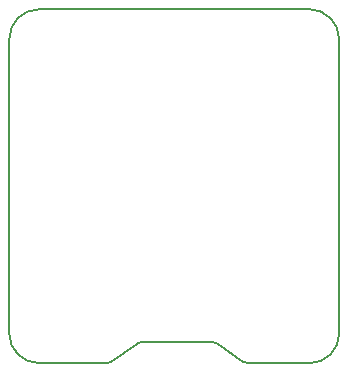
<source format=gm1>
G04 #@! TF.FileFunction,Profile,NP*
%FSLAX46Y46*%
G04 Gerber Fmt 4.6, Leading zero omitted, Abs format (unit mm)*
G04 Created by KiCad (PCBNEW 4.0.6) date Monday, March 26, 2018 'PMt' 03:20:40 PM*
%MOMM*%
%LPD*%
G01*
G04 APERTURE LIST*
%ADD10C,0.100000*%
%ADD11C,0.150000*%
G04 APERTURE END LIST*
D10*
D11*
X163322000Y-132842000D02*
X157226000Y-132842000D01*
X165862000Y-134493000D02*
X163703000Y-132969000D01*
X154686000Y-134493000D02*
X156845000Y-132969000D01*
X156845001Y-132969000D02*
G75*
G02X157226000Y-132842000I380999J-508000D01*
G01*
X163703000Y-132969000D02*
G75*
G03X163322000Y-132842000I-381000J-508000D01*
G01*
X154686000Y-134493000D02*
G75*
G02X154305000Y-134620000I-381000J508000D01*
G01*
X165862001Y-134493000D02*
G75*
G03X166243000Y-134620000I380999J508000D01*
G01*
X173990000Y-107188000D02*
X173990000Y-132080000D01*
X148526500Y-104648000D02*
X171450000Y-104648000D01*
X146050000Y-132080000D02*
X146050000Y-107188000D01*
X166243000Y-134620000D02*
X171450000Y-134620000D01*
X148590000Y-134620000D02*
X154305000Y-134620000D01*
X148590000Y-104648000D02*
G75*
G03X146050000Y-107188000I0J-2540000D01*
G01*
X173990000Y-107188000D02*
G75*
G03X171450000Y-104648000I-2540000J0D01*
G01*
X146050000Y-132080000D02*
G75*
G03X148590000Y-134620000I2540000J0D01*
G01*
X171450000Y-134620000D02*
G75*
G03X173990000Y-132080000I0J2540000D01*
G01*
M02*

</source>
